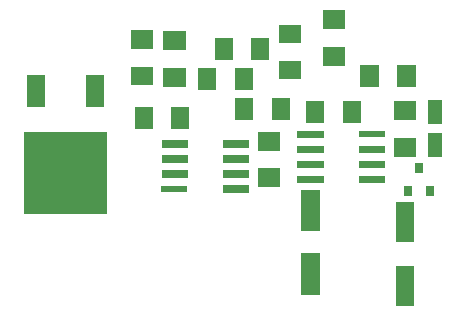
<source format=gbp>
G04 MADE WITH FRITZING*
G04 WWW.FRITZING.ORG*
G04 DOUBLE SIDED*
G04 HOLES PLATED*
G04 CONTOUR ON CENTER OF CONTOUR VECTOR*
%ASAXBY*%
%FSLAX23Y23*%
%MOIN*%
%OFA0B0*%
%SFA1.0B1.0*%
%ADD10R,0.031496X0.035433*%
%ADD11R,0.047244X0.078740*%
%ADD12R,0.087000X0.024000*%
%ADD13R,0.062992X0.074803*%
%ADD14R,0.074803X0.062992*%
%ADD15R,0.062992X0.137795*%
%LNPASTEMASK0*%
G90*
G70*
G54D10*
X1561Y420D03*
X1486Y420D03*
X1523Y499D03*
G54D11*
X1575Y576D03*
X1575Y686D03*
G54D12*
X708Y428D03*
G54D13*
X817Y794D03*
X939Y794D03*
X994Y893D03*
X872Y893D03*
G54D14*
X1092Y824D03*
X1092Y946D03*
G54D13*
X1063Y696D03*
X941Y696D03*
X728Y666D03*
X606Y666D03*
G54D15*
X1476Y318D03*
X1476Y105D03*
G54D13*
X1299Y686D03*
X1177Y686D03*
G54D12*
X1368Y610D03*
G36*
X752Y466D02*
X665Y466D01*
X665Y490D01*
X752Y490D01*
X752Y466D01*
G37*
D02*
G36*
X958Y416D02*
X871Y416D01*
X871Y440D01*
X958Y440D01*
X958Y416D01*
G37*
D02*
G36*
X958Y516D02*
X871Y516D01*
X871Y540D01*
X958Y540D01*
X958Y516D01*
G37*
D02*
G36*
X752Y516D02*
X665Y516D01*
X665Y540D01*
X752Y540D01*
X752Y516D01*
G37*
D02*
G36*
X958Y466D02*
X871Y466D01*
X871Y490D01*
X958Y490D01*
X958Y466D01*
G37*
D02*
G36*
X752Y566D02*
X665Y566D01*
X665Y590D01*
X752Y590D01*
X752Y566D01*
G37*
D02*
G36*
X958Y566D02*
X871Y566D01*
X871Y590D01*
X958Y590D01*
X958Y566D01*
G37*
D02*
G36*
X986Y619D02*
X1061Y619D01*
X1061Y556D01*
X986Y556D01*
X986Y619D01*
G37*
D02*
G36*
X986Y497D02*
X1061Y497D01*
X1061Y434D01*
X986Y434D01*
X986Y497D01*
G37*
D02*
G36*
X1202Y1023D02*
X1277Y1023D01*
X1277Y960D01*
X1202Y960D01*
X1202Y1023D01*
G37*
D02*
G36*
X1202Y901D02*
X1277Y901D01*
X1277Y838D01*
X1202Y838D01*
X1202Y901D01*
G37*
D02*
G36*
X671Y954D02*
X746Y954D01*
X746Y891D01*
X671Y891D01*
X671Y954D01*
G37*
D02*
G36*
X671Y832D02*
X746Y832D01*
X746Y769D01*
X671Y769D01*
X671Y832D01*
G37*
D02*
G36*
X638Y773D02*
X563Y773D01*
X563Y836D01*
X638Y836D01*
X638Y773D01*
G37*
D02*
G36*
X638Y895D02*
X563Y895D01*
X563Y958D01*
X638Y958D01*
X638Y895D01*
G37*
D02*
G36*
X206Y344D02*
X206Y619D01*
X482Y619D01*
X482Y344D01*
X206Y344D01*
G37*
D02*
G36*
X413Y702D02*
X413Y808D01*
X472Y808D01*
X472Y702D01*
X413Y702D01*
G37*
D02*
G36*
X216Y702D02*
X216Y808D01*
X275Y808D01*
X275Y702D01*
X216Y702D01*
G37*
D02*
G36*
X1193Y76D02*
X1130Y76D01*
X1130Y214D01*
X1193Y214D01*
X1193Y76D01*
G37*
D02*
G36*
X1193Y288D02*
X1130Y288D01*
X1130Y426D01*
X1193Y426D01*
X1193Y288D01*
G37*
D02*
G36*
X1327Y767D02*
X1327Y842D01*
X1390Y842D01*
X1390Y767D01*
X1327Y767D01*
G37*
D02*
G36*
X1449Y767D02*
X1449Y842D01*
X1512Y842D01*
X1512Y767D01*
X1449Y767D01*
G37*
D02*
G36*
X1324Y572D02*
X1411Y572D01*
X1411Y548D01*
X1324Y548D01*
X1324Y572D01*
G37*
D02*
G36*
X1118Y622D02*
X1205Y622D01*
X1205Y598D01*
X1118Y598D01*
X1118Y622D01*
G37*
D02*
G36*
X1118Y522D02*
X1205Y522D01*
X1205Y498D01*
X1118Y498D01*
X1118Y522D01*
G37*
D02*
G36*
X1324Y522D02*
X1411Y522D01*
X1411Y498D01*
X1324Y498D01*
X1324Y522D01*
G37*
D02*
G36*
X1118Y572D02*
X1205Y572D01*
X1205Y548D01*
X1118Y548D01*
X1118Y572D01*
G37*
D02*
G36*
X1324Y472D02*
X1411Y472D01*
X1411Y448D01*
X1324Y448D01*
X1324Y472D01*
G37*
D02*
G36*
X1118Y472D02*
X1205Y472D01*
X1205Y448D01*
X1118Y448D01*
X1118Y472D01*
G37*
D02*
G36*
X1514Y536D02*
X1439Y536D01*
X1439Y599D01*
X1514Y599D01*
X1514Y536D01*
G37*
D02*
G36*
X1514Y659D02*
X1439Y659D01*
X1439Y722D01*
X1514Y722D01*
X1514Y659D01*
G37*
D02*
G04 End of PasteMask0*
M02*
</source>
